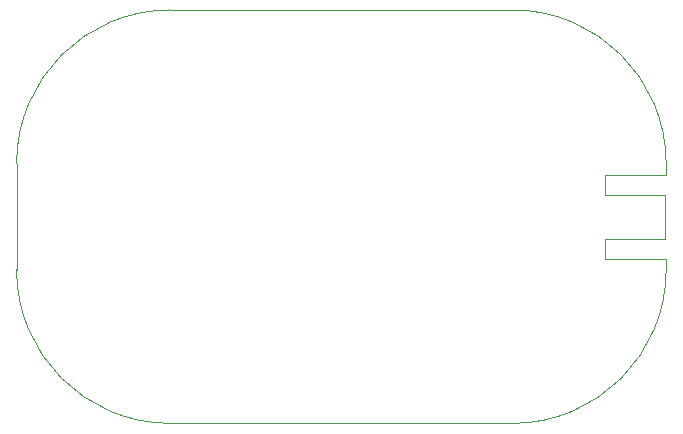
<source format=gbr>
%TF.GenerationSoftware,KiCad,Pcbnew,(5.1.6)-1*%
%TF.CreationDate,2021-01-10T19:41:06-07:00*%
%TF.ProjectId,AltoidsSmall,416c746f-6964-4735-936d-616c6c2e6b69,rev?*%
%TF.SameCoordinates,Original*%
%TF.FileFunction,Profile,NP*%
%FSLAX46Y46*%
G04 Gerber Fmt 4.6, Leading zero omitted, Abs format (unit mm)*
G04 Created by KiCad (PCBNEW (5.1.6)-1) date 2021-01-10 19:41:06*
%MOMM*%
%LPD*%
G01*
G04 APERTURE LIST*
%TA.AperFunction,Profile*%
%ADD10C,0.050000*%
%TD*%
G04 APERTURE END LIST*
D10*
X173990000Y-121094500D02*
X174000000Y-122000000D01*
X173926500Y-121094500D02*
X173990000Y-121094500D01*
X173990000Y-113982500D02*
X174000000Y-113000000D01*
X168846500Y-113982500D02*
X173990000Y-113982500D01*
X170053000Y-121094500D02*
X173926500Y-121094500D01*
X168846500Y-115443000D02*
X168846500Y-113982500D01*
X168846500Y-115697000D02*
X168846500Y-115443000D01*
X168846500Y-121094500D02*
X170053000Y-121094500D01*
X168846500Y-119634000D02*
X168846500Y-121094500D01*
X168846500Y-119380000D02*
X168846500Y-119634000D01*
X173926500Y-119380000D02*
X168846500Y-119380000D01*
X173926500Y-115697000D02*
X173926500Y-119380000D01*
X168846500Y-115697000D02*
X173926500Y-115697000D01*
X132000000Y-135000000D02*
X161000000Y-135000000D01*
X119000000Y-122000000D02*
X119000000Y-113000000D01*
X132000000Y-135000000D02*
G75*
G02*
X119000000Y-122000000I0J13000000D01*
G01*
X174000000Y-122000000D02*
G75*
G02*
X161000000Y-135000000I-13000000J0D01*
G01*
X161000000Y-100000000D02*
G75*
G02*
X174000000Y-113000000I0J-13000000D01*
G01*
X119000000Y-113000000D02*
G75*
G02*
X132000000Y-100000000I13000000J0D01*
G01*
X132000000Y-100000000D02*
X161000000Y-100000000D01*
M02*

</source>
